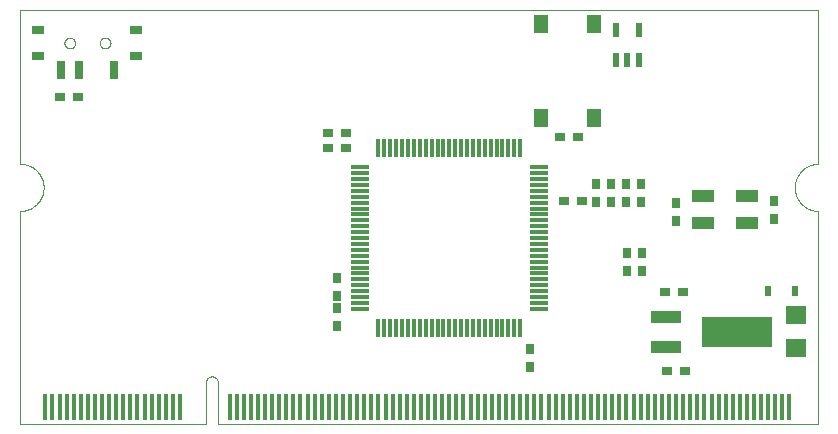
<source format=gtp>
G75*
%MOIN*%
%OFA0B0*%
%FSLAX25Y25*%
%IPPOS*%
%LPD*%
%AMOC8*
5,1,8,0,0,1.08239X$1,22.5*
%
%ADD10R,0.03150X0.03543*%
%ADD11R,0.03543X0.03150*%
%ADD12R,0.07087X0.06299*%
%ADD13R,0.03937X0.03150*%
%ADD14R,0.02756X0.05906*%
%ADD15C,0.00000*%
%ADD16R,0.06299X0.01181*%
%ADD17R,0.01181X0.06299*%
%ADD18R,0.07480X0.04331*%
%ADD19R,0.23622X0.09843*%
%ADD20R,0.09843X0.03937*%
%ADD21R,0.01772X0.09055*%
%ADD22R,0.02200X0.05000*%
%ADD23R,0.05118X0.06102*%
%ADD24R,0.02480X0.03268*%
D10*
X0110625Y0037625D03*
X0110625Y0043625D03*
X0110625Y0047625D03*
X0110625Y0053625D03*
X0175000Y0029875D03*
X0175000Y0023875D03*
X0207500Y0055750D03*
X0212500Y0055750D03*
X0212500Y0061750D03*
X0207500Y0061750D03*
X0223750Y0072625D03*
X0223750Y0078625D03*
X0211875Y0078875D03*
X0206875Y0078875D03*
X0201875Y0078875D03*
X0196875Y0078875D03*
X0196875Y0084875D03*
X0201875Y0084875D03*
X0206875Y0084875D03*
X0211875Y0084875D03*
X0256250Y0079250D03*
X0256250Y0073250D03*
D11*
X0226125Y0048750D03*
X0220125Y0048750D03*
X0220750Y0022500D03*
X0226750Y0022500D03*
X0192375Y0079375D03*
X0186375Y0079375D03*
X0185125Y0100625D03*
X0191125Y0100625D03*
X0113625Y0101875D03*
X0113625Y0096875D03*
X0107625Y0096875D03*
X0107625Y0101875D03*
X0024250Y0113750D03*
X0018250Y0113750D03*
D12*
X0263750Y0041137D03*
X0263750Y0030113D03*
D13*
X0043839Y0127544D03*
X0043839Y0136206D03*
X0011161Y0136206D03*
X0011161Y0127544D03*
D14*
X0018642Y0123017D03*
X0024547Y0123017D03*
X0036358Y0123017D03*
D15*
X0005000Y0075866D02*
X0005000Y0005000D01*
X0067008Y0005000D01*
X0067008Y0018780D01*
X0067007Y0018780D02*
X0067009Y0018867D01*
X0067015Y0018954D01*
X0067024Y0019041D01*
X0067038Y0019127D01*
X0067055Y0019212D01*
X0067076Y0019297D01*
X0067101Y0019380D01*
X0067129Y0019463D01*
X0067161Y0019544D01*
X0067197Y0019623D01*
X0067236Y0019701D01*
X0067278Y0019777D01*
X0067324Y0019851D01*
X0067373Y0019923D01*
X0067425Y0019993D01*
X0067480Y0020060D01*
X0067538Y0020125D01*
X0067599Y0020188D01*
X0067663Y0020247D01*
X0067729Y0020304D01*
X0067798Y0020357D01*
X0067869Y0020408D01*
X0067942Y0020455D01*
X0068017Y0020500D01*
X0068094Y0020540D01*
X0068172Y0020578D01*
X0068253Y0020611D01*
X0068334Y0020642D01*
X0068417Y0020668D01*
X0068502Y0020691D01*
X0068587Y0020710D01*
X0068672Y0020725D01*
X0068759Y0020737D01*
X0068845Y0020745D01*
X0068932Y0020749D01*
X0069020Y0020749D01*
X0069107Y0020745D01*
X0069193Y0020737D01*
X0069280Y0020725D01*
X0069365Y0020710D01*
X0069450Y0020691D01*
X0069535Y0020668D01*
X0069618Y0020642D01*
X0069699Y0020611D01*
X0069780Y0020578D01*
X0069858Y0020540D01*
X0069935Y0020500D01*
X0070010Y0020455D01*
X0070083Y0020408D01*
X0070154Y0020357D01*
X0070223Y0020304D01*
X0070289Y0020247D01*
X0070353Y0020188D01*
X0070414Y0020125D01*
X0070472Y0020060D01*
X0070527Y0019993D01*
X0070579Y0019923D01*
X0070628Y0019851D01*
X0070674Y0019777D01*
X0070716Y0019701D01*
X0070755Y0019623D01*
X0070791Y0019544D01*
X0070823Y0019463D01*
X0070851Y0019380D01*
X0070876Y0019297D01*
X0070897Y0019212D01*
X0070914Y0019127D01*
X0070928Y0019041D01*
X0070937Y0018954D01*
X0070943Y0018867D01*
X0070945Y0018780D01*
X0070945Y0005000D01*
X0271142Y0005000D01*
X0271142Y0075866D01*
X0270950Y0075868D01*
X0270759Y0075875D01*
X0270567Y0075887D01*
X0270376Y0075903D01*
X0270186Y0075924D01*
X0269996Y0075950D01*
X0269806Y0075980D01*
X0269618Y0076015D01*
X0269430Y0076054D01*
X0269243Y0076098D01*
X0269058Y0076147D01*
X0268874Y0076200D01*
X0268691Y0076257D01*
X0268509Y0076319D01*
X0268329Y0076386D01*
X0268151Y0076456D01*
X0267974Y0076531D01*
X0267800Y0076611D01*
X0267627Y0076694D01*
X0267457Y0076782D01*
X0267288Y0076873D01*
X0267122Y0076969D01*
X0266959Y0077069D01*
X0266797Y0077173D01*
X0266639Y0077281D01*
X0266483Y0077392D01*
X0266330Y0077508D01*
X0266179Y0077627D01*
X0266032Y0077749D01*
X0265888Y0077876D01*
X0265746Y0078005D01*
X0265608Y0078138D01*
X0265473Y0078275D01*
X0265342Y0078415D01*
X0265214Y0078557D01*
X0265090Y0078703D01*
X0264969Y0078852D01*
X0264852Y0079004D01*
X0264738Y0079158D01*
X0264628Y0079316D01*
X0264523Y0079476D01*
X0264421Y0079638D01*
X0264323Y0079803D01*
X0264229Y0079970D01*
X0264139Y0080140D01*
X0264054Y0080311D01*
X0263972Y0080485D01*
X0263895Y0080660D01*
X0263822Y0080838D01*
X0263754Y0081017D01*
X0263690Y0081198D01*
X0263630Y0081380D01*
X0263575Y0081563D01*
X0263524Y0081748D01*
X0263478Y0081934D01*
X0263436Y0082122D01*
X0263399Y0082310D01*
X0263366Y0082499D01*
X0263339Y0082688D01*
X0263315Y0082879D01*
X0263297Y0083070D01*
X0263283Y0083261D01*
X0263273Y0083452D01*
X0263269Y0083644D01*
X0263269Y0083836D01*
X0263273Y0084028D01*
X0263283Y0084219D01*
X0263297Y0084410D01*
X0263315Y0084601D01*
X0263339Y0084792D01*
X0263366Y0084981D01*
X0263399Y0085170D01*
X0263436Y0085358D01*
X0263478Y0085546D01*
X0263524Y0085732D01*
X0263575Y0085917D01*
X0263630Y0086100D01*
X0263690Y0086282D01*
X0263754Y0086463D01*
X0263822Y0086642D01*
X0263895Y0086820D01*
X0263972Y0086995D01*
X0264054Y0087169D01*
X0264139Y0087340D01*
X0264229Y0087510D01*
X0264323Y0087677D01*
X0264421Y0087842D01*
X0264523Y0088004D01*
X0264628Y0088164D01*
X0264738Y0088322D01*
X0264852Y0088476D01*
X0264969Y0088628D01*
X0265090Y0088777D01*
X0265214Y0088923D01*
X0265342Y0089065D01*
X0265473Y0089205D01*
X0265608Y0089342D01*
X0265746Y0089475D01*
X0265888Y0089604D01*
X0266032Y0089731D01*
X0266179Y0089853D01*
X0266330Y0089972D01*
X0266483Y0090088D01*
X0266639Y0090199D01*
X0266797Y0090307D01*
X0266959Y0090411D01*
X0267122Y0090511D01*
X0267288Y0090607D01*
X0267457Y0090698D01*
X0267627Y0090786D01*
X0267800Y0090869D01*
X0267974Y0090949D01*
X0268151Y0091024D01*
X0268329Y0091094D01*
X0268509Y0091161D01*
X0268691Y0091223D01*
X0268874Y0091280D01*
X0269058Y0091333D01*
X0269243Y0091382D01*
X0269430Y0091426D01*
X0269618Y0091465D01*
X0269806Y0091500D01*
X0269996Y0091530D01*
X0270186Y0091556D01*
X0270376Y0091577D01*
X0270567Y0091593D01*
X0270759Y0091605D01*
X0270950Y0091612D01*
X0271142Y0091614D01*
X0271142Y0142795D01*
X0005000Y0142795D01*
X0005000Y0091614D01*
X0005192Y0091612D01*
X0005383Y0091605D01*
X0005575Y0091593D01*
X0005766Y0091577D01*
X0005956Y0091556D01*
X0006146Y0091530D01*
X0006336Y0091500D01*
X0006524Y0091465D01*
X0006712Y0091426D01*
X0006899Y0091382D01*
X0007084Y0091333D01*
X0007268Y0091280D01*
X0007451Y0091223D01*
X0007633Y0091161D01*
X0007813Y0091094D01*
X0007991Y0091024D01*
X0008168Y0090949D01*
X0008342Y0090869D01*
X0008515Y0090786D01*
X0008685Y0090698D01*
X0008854Y0090607D01*
X0009020Y0090511D01*
X0009183Y0090411D01*
X0009345Y0090307D01*
X0009503Y0090199D01*
X0009659Y0090088D01*
X0009812Y0089972D01*
X0009963Y0089853D01*
X0010110Y0089731D01*
X0010254Y0089604D01*
X0010396Y0089475D01*
X0010534Y0089342D01*
X0010669Y0089205D01*
X0010800Y0089065D01*
X0010928Y0088923D01*
X0011052Y0088777D01*
X0011173Y0088628D01*
X0011290Y0088476D01*
X0011404Y0088322D01*
X0011514Y0088164D01*
X0011619Y0088004D01*
X0011721Y0087842D01*
X0011819Y0087677D01*
X0011913Y0087510D01*
X0012003Y0087340D01*
X0012088Y0087169D01*
X0012170Y0086995D01*
X0012247Y0086820D01*
X0012320Y0086642D01*
X0012388Y0086463D01*
X0012452Y0086282D01*
X0012512Y0086100D01*
X0012567Y0085917D01*
X0012618Y0085732D01*
X0012664Y0085546D01*
X0012706Y0085358D01*
X0012743Y0085170D01*
X0012776Y0084981D01*
X0012803Y0084792D01*
X0012827Y0084601D01*
X0012845Y0084410D01*
X0012859Y0084219D01*
X0012869Y0084028D01*
X0012873Y0083836D01*
X0012873Y0083644D01*
X0012869Y0083452D01*
X0012859Y0083261D01*
X0012845Y0083070D01*
X0012827Y0082879D01*
X0012803Y0082688D01*
X0012776Y0082499D01*
X0012743Y0082310D01*
X0012706Y0082122D01*
X0012664Y0081934D01*
X0012618Y0081748D01*
X0012567Y0081563D01*
X0012512Y0081380D01*
X0012452Y0081198D01*
X0012388Y0081017D01*
X0012320Y0080838D01*
X0012247Y0080660D01*
X0012170Y0080485D01*
X0012088Y0080311D01*
X0012003Y0080140D01*
X0011913Y0079970D01*
X0011819Y0079803D01*
X0011721Y0079638D01*
X0011619Y0079476D01*
X0011514Y0079316D01*
X0011404Y0079158D01*
X0011290Y0079004D01*
X0011173Y0078852D01*
X0011052Y0078703D01*
X0010928Y0078557D01*
X0010800Y0078415D01*
X0010669Y0078275D01*
X0010534Y0078138D01*
X0010396Y0078005D01*
X0010254Y0077876D01*
X0010110Y0077749D01*
X0009963Y0077627D01*
X0009812Y0077508D01*
X0009659Y0077392D01*
X0009503Y0077281D01*
X0009345Y0077173D01*
X0009183Y0077069D01*
X0009020Y0076969D01*
X0008854Y0076873D01*
X0008685Y0076782D01*
X0008515Y0076694D01*
X0008342Y0076611D01*
X0008168Y0076531D01*
X0007991Y0076456D01*
X0007813Y0076386D01*
X0007633Y0076319D01*
X0007451Y0076257D01*
X0007268Y0076200D01*
X0007084Y0076147D01*
X0006899Y0076098D01*
X0006712Y0076054D01*
X0006524Y0076015D01*
X0006336Y0075980D01*
X0006146Y0075950D01*
X0005956Y0075924D01*
X0005766Y0075903D01*
X0005575Y0075887D01*
X0005383Y0075875D01*
X0005192Y0075868D01*
X0005000Y0075866D01*
X0019822Y0131875D02*
X0019824Y0131959D01*
X0019830Y0132042D01*
X0019840Y0132125D01*
X0019854Y0132208D01*
X0019871Y0132290D01*
X0019893Y0132371D01*
X0019918Y0132450D01*
X0019947Y0132529D01*
X0019980Y0132606D01*
X0020016Y0132681D01*
X0020056Y0132755D01*
X0020099Y0132827D01*
X0020146Y0132896D01*
X0020196Y0132963D01*
X0020249Y0133028D01*
X0020305Y0133090D01*
X0020363Y0133150D01*
X0020425Y0133207D01*
X0020489Y0133260D01*
X0020556Y0133311D01*
X0020625Y0133358D01*
X0020696Y0133403D01*
X0020769Y0133443D01*
X0020844Y0133480D01*
X0020921Y0133514D01*
X0020999Y0133544D01*
X0021078Y0133570D01*
X0021159Y0133593D01*
X0021241Y0133611D01*
X0021323Y0133626D01*
X0021406Y0133637D01*
X0021489Y0133644D01*
X0021573Y0133647D01*
X0021657Y0133646D01*
X0021740Y0133641D01*
X0021824Y0133632D01*
X0021906Y0133619D01*
X0021988Y0133603D01*
X0022069Y0133582D01*
X0022150Y0133558D01*
X0022228Y0133530D01*
X0022306Y0133498D01*
X0022382Y0133462D01*
X0022456Y0133423D01*
X0022528Y0133381D01*
X0022598Y0133335D01*
X0022666Y0133286D01*
X0022731Y0133234D01*
X0022794Y0133179D01*
X0022854Y0133121D01*
X0022912Y0133060D01*
X0022966Y0132996D01*
X0023018Y0132930D01*
X0023066Y0132862D01*
X0023111Y0132791D01*
X0023152Y0132718D01*
X0023191Y0132644D01*
X0023225Y0132568D01*
X0023256Y0132490D01*
X0023283Y0132411D01*
X0023307Y0132330D01*
X0023326Y0132249D01*
X0023342Y0132167D01*
X0023354Y0132084D01*
X0023362Y0132000D01*
X0023366Y0131917D01*
X0023366Y0131833D01*
X0023362Y0131750D01*
X0023354Y0131666D01*
X0023342Y0131583D01*
X0023326Y0131501D01*
X0023307Y0131420D01*
X0023283Y0131339D01*
X0023256Y0131260D01*
X0023225Y0131182D01*
X0023191Y0131106D01*
X0023152Y0131032D01*
X0023111Y0130959D01*
X0023066Y0130888D01*
X0023018Y0130820D01*
X0022966Y0130754D01*
X0022912Y0130690D01*
X0022854Y0130629D01*
X0022794Y0130571D01*
X0022731Y0130516D01*
X0022666Y0130464D01*
X0022598Y0130415D01*
X0022528Y0130369D01*
X0022456Y0130327D01*
X0022382Y0130288D01*
X0022306Y0130252D01*
X0022228Y0130220D01*
X0022150Y0130192D01*
X0022069Y0130168D01*
X0021988Y0130147D01*
X0021906Y0130131D01*
X0021824Y0130118D01*
X0021740Y0130109D01*
X0021657Y0130104D01*
X0021573Y0130103D01*
X0021489Y0130106D01*
X0021406Y0130113D01*
X0021323Y0130124D01*
X0021241Y0130139D01*
X0021159Y0130157D01*
X0021078Y0130180D01*
X0020999Y0130206D01*
X0020921Y0130236D01*
X0020844Y0130270D01*
X0020769Y0130307D01*
X0020696Y0130347D01*
X0020625Y0130392D01*
X0020556Y0130439D01*
X0020489Y0130490D01*
X0020425Y0130543D01*
X0020363Y0130600D01*
X0020305Y0130660D01*
X0020249Y0130722D01*
X0020196Y0130787D01*
X0020146Y0130854D01*
X0020099Y0130923D01*
X0020056Y0130995D01*
X0020016Y0131069D01*
X0019980Y0131144D01*
X0019947Y0131221D01*
X0019918Y0131300D01*
X0019893Y0131379D01*
X0019871Y0131460D01*
X0019854Y0131542D01*
X0019840Y0131625D01*
X0019830Y0131708D01*
X0019824Y0131791D01*
X0019822Y0131875D01*
X0031634Y0131875D02*
X0031636Y0131959D01*
X0031642Y0132042D01*
X0031652Y0132125D01*
X0031666Y0132208D01*
X0031683Y0132290D01*
X0031705Y0132371D01*
X0031730Y0132450D01*
X0031759Y0132529D01*
X0031792Y0132606D01*
X0031828Y0132681D01*
X0031868Y0132755D01*
X0031911Y0132827D01*
X0031958Y0132896D01*
X0032008Y0132963D01*
X0032061Y0133028D01*
X0032117Y0133090D01*
X0032175Y0133150D01*
X0032237Y0133207D01*
X0032301Y0133260D01*
X0032368Y0133311D01*
X0032437Y0133358D01*
X0032508Y0133403D01*
X0032581Y0133443D01*
X0032656Y0133480D01*
X0032733Y0133514D01*
X0032811Y0133544D01*
X0032890Y0133570D01*
X0032971Y0133593D01*
X0033053Y0133611D01*
X0033135Y0133626D01*
X0033218Y0133637D01*
X0033301Y0133644D01*
X0033385Y0133647D01*
X0033469Y0133646D01*
X0033552Y0133641D01*
X0033636Y0133632D01*
X0033718Y0133619D01*
X0033800Y0133603D01*
X0033881Y0133582D01*
X0033962Y0133558D01*
X0034040Y0133530D01*
X0034118Y0133498D01*
X0034194Y0133462D01*
X0034268Y0133423D01*
X0034340Y0133381D01*
X0034410Y0133335D01*
X0034478Y0133286D01*
X0034543Y0133234D01*
X0034606Y0133179D01*
X0034666Y0133121D01*
X0034724Y0133060D01*
X0034778Y0132996D01*
X0034830Y0132930D01*
X0034878Y0132862D01*
X0034923Y0132791D01*
X0034964Y0132718D01*
X0035003Y0132644D01*
X0035037Y0132568D01*
X0035068Y0132490D01*
X0035095Y0132411D01*
X0035119Y0132330D01*
X0035138Y0132249D01*
X0035154Y0132167D01*
X0035166Y0132084D01*
X0035174Y0132000D01*
X0035178Y0131917D01*
X0035178Y0131833D01*
X0035174Y0131750D01*
X0035166Y0131666D01*
X0035154Y0131583D01*
X0035138Y0131501D01*
X0035119Y0131420D01*
X0035095Y0131339D01*
X0035068Y0131260D01*
X0035037Y0131182D01*
X0035003Y0131106D01*
X0034964Y0131032D01*
X0034923Y0130959D01*
X0034878Y0130888D01*
X0034830Y0130820D01*
X0034778Y0130754D01*
X0034724Y0130690D01*
X0034666Y0130629D01*
X0034606Y0130571D01*
X0034543Y0130516D01*
X0034478Y0130464D01*
X0034410Y0130415D01*
X0034340Y0130369D01*
X0034268Y0130327D01*
X0034194Y0130288D01*
X0034118Y0130252D01*
X0034040Y0130220D01*
X0033962Y0130192D01*
X0033881Y0130168D01*
X0033800Y0130147D01*
X0033718Y0130131D01*
X0033636Y0130118D01*
X0033552Y0130109D01*
X0033469Y0130104D01*
X0033385Y0130103D01*
X0033301Y0130106D01*
X0033218Y0130113D01*
X0033135Y0130124D01*
X0033053Y0130139D01*
X0032971Y0130157D01*
X0032890Y0130180D01*
X0032811Y0130206D01*
X0032733Y0130236D01*
X0032656Y0130270D01*
X0032581Y0130307D01*
X0032508Y0130347D01*
X0032437Y0130392D01*
X0032368Y0130439D01*
X0032301Y0130490D01*
X0032237Y0130543D01*
X0032175Y0130600D01*
X0032117Y0130660D01*
X0032061Y0130722D01*
X0032008Y0130787D01*
X0031958Y0130854D01*
X0031911Y0130923D01*
X0031868Y0130995D01*
X0031828Y0131069D01*
X0031792Y0131144D01*
X0031759Y0131221D01*
X0031730Y0131300D01*
X0031705Y0131379D01*
X0031683Y0131460D01*
X0031666Y0131542D01*
X0031652Y0131625D01*
X0031642Y0131708D01*
X0031636Y0131791D01*
X0031634Y0131875D01*
D16*
X0118204Y0090497D03*
X0118204Y0088529D03*
X0118204Y0086560D03*
X0118204Y0084592D03*
X0118204Y0082623D03*
X0118204Y0080655D03*
X0118204Y0078686D03*
X0118204Y0076718D03*
X0118204Y0074749D03*
X0118204Y0072781D03*
X0118204Y0070812D03*
X0118204Y0068844D03*
X0118204Y0066875D03*
X0118204Y0064906D03*
X0118204Y0062938D03*
X0118204Y0060969D03*
X0118204Y0059001D03*
X0118204Y0057032D03*
X0118204Y0055064D03*
X0118204Y0053095D03*
X0118204Y0051127D03*
X0118204Y0049158D03*
X0118204Y0047190D03*
X0118204Y0045221D03*
X0118204Y0043253D03*
X0178046Y0043253D03*
X0178046Y0045221D03*
X0178046Y0047190D03*
X0178046Y0049158D03*
X0178046Y0051127D03*
X0178046Y0053095D03*
X0178046Y0055064D03*
X0178046Y0057032D03*
X0178046Y0059001D03*
X0178046Y0060969D03*
X0178046Y0062938D03*
X0178046Y0064906D03*
X0178046Y0066875D03*
X0178046Y0068844D03*
X0178046Y0070812D03*
X0178046Y0072781D03*
X0178046Y0074749D03*
X0178046Y0076718D03*
X0178046Y0078686D03*
X0178046Y0080655D03*
X0178046Y0082623D03*
X0178046Y0084592D03*
X0178046Y0086560D03*
X0178046Y0088529D03*
X0178046Y0090497D03*
D17*
X0171747Y0096796D03*
X0169779Y0096796D03*
X0167810Y0096796D03*
X0165842Y0096796D03*
X0163873Y0096796D03*
X0161905Y0096796D03*
X0159936Y0096796D03*
X0157968Y0096796D03*
X0155999Y0096796D03*
X0154031Y0096796D03*
X0152062Y0096796D03*
X0150094Y0096796D03*
X0148125Y0096796D03*
X0146156Y0096796D03*
X0144188Y0096796D03*
X0142219Y0096796D03*
X0140251Y0096796D03*
X0138282Y0096796D03*
X0136314Y0096796D03*
X0134345Y0096796D03*
X0132377Y0096796D03*
X0130408Y0096796D03*
X0128440Y0096796D03*
X0126471Y0096796D03*
X0124503Y0096796D03*
X0124503Y0036954D03*
X0126471Y0036954D03*
X0128440Y0036954D03*
X0130408Y0036954D03*
X0132377Y0036954D03*
X0134345Y0036954D03*
X0136314Y0036954D03*
X0138282Y0036954D03*
X0140251Y0036954D03*
X0142219Y0036954D03*
X0144188Y0036954D03*
X0146156Y0036954D03*
X0148125Y0036954D03*
X0150094Y0036954D03*
X0152062Y0036954D03*
X0154031Y0036954D03*
X0155999Y0036954D03*
X0157968Y0036954D03*
X0159936Y0036954D03*
X0161905Y0036954D03*
X0163873Y0036954D03*
X0165842Y0036954D03*
X0167810Y0036954D03*
X0169779Y0036954D03*
X0171747Y0036954D03*
D18*
X0232717Y0071722D03*
X0232717Y0080778D03*
X0247283Y0080778D03*
X0247283Y0071722D03*
D19*
X0244006Y0035625D03*
D20*
X0220384Y0030625D03*
X0220384Y0040625D03*
D21*
X0221339Y0010512D03*
X0223701Y0010512D03*
X0226063Y0010512D03*
X0228425Y0010512D03*
X0230787Y0010512D03*
X0233150Y0010512D03*
X0235512Y0010512D03*
X0237874Y0010512D03*
X0240236Y0010512D03*
X0242598Y0010512D03*
X0244961Y0010512D03*
X0247323Y0010512D03*
X0249685Y0010512D03*
X0252047Y0010512D03*
X0254409Y0010512D03*
X0256772Y0010512D03*
X0259134Y0010512D03*
X0261496Y0010512D03*
X0218976Y0010512D03*
X0216614Y0010512D03*
X0214252Y0010512D03*
X0211890Y0010512D03*
X0209528Y0010512D03*
X0207165Y0010512D03*
X0204803Y0010512D03*
X0202441Y0010512D03*
X0200079Y0010512D03*
X0197717Y0010512D03*
X0195354Y0010512D03*
X0192992Y0010512D03*
X0190630Y0010512D03*
X0188268Y0010512D03*
X0185906Y0010512D03*
X0183543Y0010512D03*
X0181181Y0010512D03*
X0178819Y0010512D03*
X0176457Y0010512D03*
X0174094Y0010512D03*
X0171732Y0010512D03*
X0169370Y0010512D03*
X0167008Y0010512D03*
X0164646Y0010512D03*
X0162283Y0010512D03*
X0159921Y0010512D03*
X0157559Y0010512D03*
X0155197Y0010512D03*
X0152835Y0010512D03*
X0150472Y0010512D03*
X0148110Y0010512D03*
X0145748Y0010512D03*
X0143386Y0010512D03*
X0141024Y0010512D03*
X0138661Y0010512D03*
X0136299Y0010512D03*
X0133937Y0010512D03*
X0131575Y0010512D03*
X0129213Y0010512D03*
X0126850Y0010512D03*
X0124488Y0010512D03*
X0122126Y0010512D03*
X0119764Y0010512D03*
X0117402Y0010512D03*
X0115039Y0010512D03*
X0112677Y0010512D03*
X0110315Y0010512D03*
X0107953Y0010512D03*
X0105591Y0010512D03*
X0103228Y0010512D03*
X0100866Y0010512D03*
X0098504Y0010512D03*
X0096142Y0010512D03*
X0093780Y0010512D03*
X0091417Y0010512D03*
X0089055Y0010512D03*
X0086693Y0010512D03*
X0084331Y0010512D03*
X0081969Y0010512D03*
X0079606Y0010512D03*
X0077244Y0010512D03*
X0074882Y0010512D03*
X0058346Y0010512D03*
X0055984Y0010512D03*
X0053622Y0010512D03*
X0051260Y0010512D03*
X0048898Y0010512D03*
X0046535Y0010512D03*
X0044173Y0010512D03*
X0041811Y0010512D03*
X0039449Y0010512D03*
X0037087Y0010512D03*
X0034724Y0010512D03*
X0032362Y0010512D03*
X0030000Y0010512D03*
X0027638Y0010512D03*
X0025276Y0010512D03*
X0022913Y0010512D03*
X0020551Y0010512D03*
X0018189Y0010512D03*
X0015827Y0010512D03*
X0013465Y0010512D03*
D22*
X0203800Y0126150D03*
X0207500Y0126150D03*
X0211200Y0126150D03*
X0211200Y0136350D03*
X0203800Y0136350D03*
D23*
X0196358Y0138150D03*
X0178642Y0138150D03*
X0178642Y0106850D03*
X0196358Y0106850D03*
D24*
X0254222Y0049375D03*
X0263278Y0049375D03*
M02*

</source>
